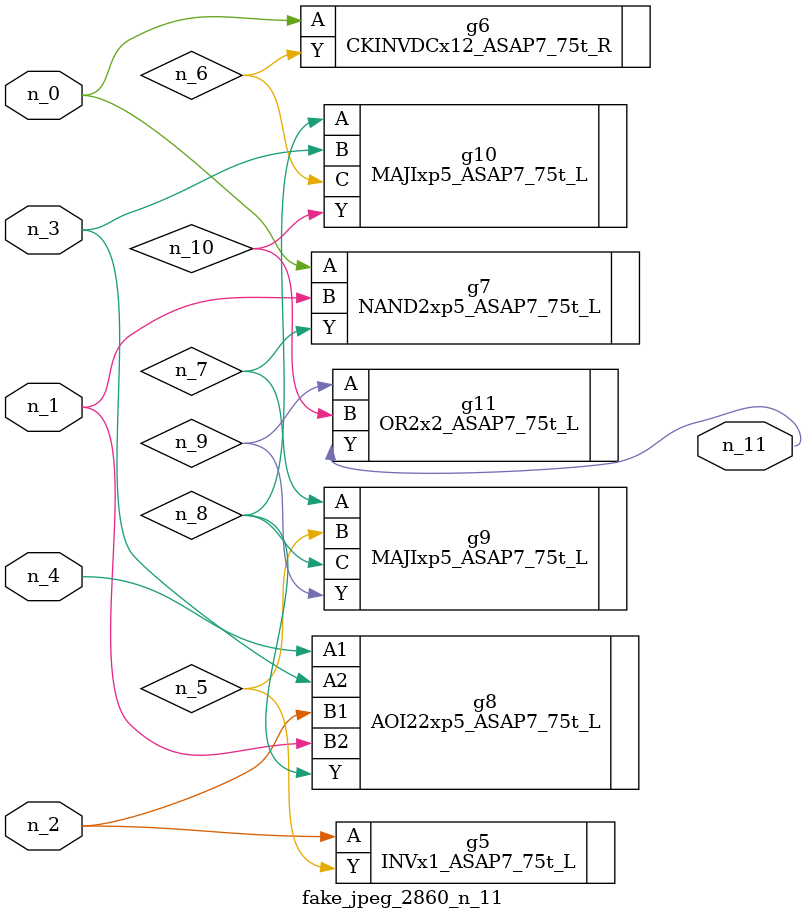
<source format=v>
module fake_jpeg_2860_n_11 (n_3, n_2, n_1, n_0, n_4, n_11);

input n_3;
input n_2;
input n_1;
input n_0;
input n_4;

output n_11;

wire n_10;
wire n_8;
wire n_9;
wire n_6;
wire n_5;
wire n_7;

INVx1_ASAP7_75t_L g5 ( 
.A(n_2),
.Y(n_5)
);

CKINVDCx12_ASAP7_75t_R g6 ( 
.A(n_0),
.Y(n_6)
);

NAND2xp5_ASAP7_75t_L g7 ( 
.A(n_0),
.B(n_1),
.Y(n_7)
);

AOI22xp5_ASAP7_75t_L g8 ( 
.A1(n_4),
.A2(n_3),
.B1(n_2),
.B2(n_1),
.Y(n_8)
);

MAJIxp5_ASAP7_75t_L g9 ( 
.A(n_7),
.B(n_5),
.C(n_8),
.Y(n_9)
);

OR2x2_ASAP7_75t_L g11 ( 
.A(n_9),
.B(n_10),
.Y(n_11)
);

MAJIxp5_ASAP7_75t_L g10 ( 
.A(n_8),
.B(n_3),
.C(n_6),
.Y(n_10)
);


endmodule
</source>
